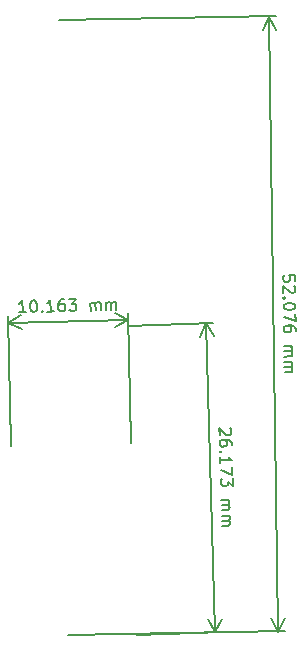
<source format=gbr>
G04 #@! TF.GenerationSoftware,KiCad,Pcbnew,(5.1.5)-3*
G04 #@! TF.CreationDate,2020-11-29T03:44:09+01:00*
G04 #@! TF.ProjectId,PlantCtrlESP32,506c616e-7443-4747-926c-45535033322e,rev?*
G04 #@! TF.SameCoordinates,Original*
G04 #@! TF.FileFunction,Other,Comment*
%FSLAX46Y46*%
G04 Gerber Fmt 4.6, Leading zero omitted, Abs format (unit mm)*
G04 Created by KiCad (PCBNEW (5.1.5)-3) date 2020-11-29 03:44:09*
%MOMM*%
%LPD*%
G04 APERTURE LIST*
%ADD10C,0.150000*%
G04 APERTURE END LIST*
D10*
X277589033Y-83880909D02*
X277638018Y-83927121D01*
X277688390Y-84020933D01*
X277695322Y-84258927D01*
X277650496Y-84355511D01*
X277604283Y-84404496D01*
X277510472Y-84454868D01*
X277415274Y-84457641D01*
X277271091Y-84414201D01*
X276683268Y-83859651D01*
X276701291Y-84478436D01*
X277725822Y-85306102D02*
X277720277Y-85115707D01*
X277669905Y-85021895D01*
X277620920Y-84975683D01*
X277475350Y-84884644D01*
X277283569Y-84842591D01*
X276902778Y-84853682D01*
X276808966Y-84904053D01*
X276762754Y-84953039D01*
X276717928Y-85049623D01*
X276723473Y-85240018D01*
X276773845Y-85333830D01*
X276822830Y-85380042D01*
X276919414Y-85424868D01*
X277157408Y-85417936D01*
X277251220Y-85367565D01*
X277297432Y-85318579D01*
X277342258Y-85221995D01*
X277336713Y-85031600D01*
X277286341Y-84937789D01*
X277237356Y-84891576D01*
X277140772Y-84846750D01*
X276836694Y-85856031D02*
X276790481Y-85905016D01*
X276741496Y-85858803D01*
X276787709Y-85809818D01*
X276836694Y-85856031D01*
X276741496Y-85858803D01*
X276770610Y-86858380D02*
X276753973Y-86287193D01*
X276762292Y-86572786D02*
X277761868Y-86543672D01*
X277616298Y-86452634D01*
X277518328Y-86360209D01*
X277467956Y-86266398D01*
X277779891Y-87162458D02*
X277799300Y-87828842D01*
X276787246Y-87429566D01*
X277807618Y-88114435D02*
X277825641Y-88733220D01*
X277435146Y-88411119D01*
X277439305Y-88553916D01*
X277394479Y-88650500D01*
X277348266Y-88699485D01*
X277254455Y-88749857D01*
X277016460Y-88756788D01*
X276919876Y-88711962D01*
X276870891Y-88665750D01*
X276820519Y-88571939D01*
X276812201Y-88286345D01*
X276857027Y-88189761D01*
X276903240Y-88140776D01*
X276860724Y-89952306D02*
X277527108Y-89932896D01*
X277431911Y-89935669D02*
X277480896Y-89981882D01*
X277531267Y-90075693D01*
X277535427Y-90218489D01*
X277490600Y-90315074D01*
X277396789Y-90365445D01*
X276873202Y-90380695D01*
X277396789Y-90365445D02*
X277493373Y-90410271D01*
X277543745Y-90504083D01*
X277547904Y-90646879D01*
X277503078Y-90743463D01*
X277409267Y-90793835D01*
X276885679Y-90809085D01*
X276899543Y-91285074D02*
X277565927Y-91265664D01*
X277470729Y-91268437D02*
X277519714Y-91314650D01*
X277570086Y-91408461D01*
X277574245Y-91551258D01*
X277529419Y-91647842D01*
X277435608Y-91698213D01*
X276912020Y-91713463D01*
X277435608Y-91698213D02*
X277532192Y-91743039D01*
X277582563Y-91836851D01*
X277586722Y-91979647D01*
X277541896Y-92076231D01*
X277448085Y-92126603D01*
X276924498Y-92141853D01*
X276339010Y-101154029D02*
X275577010Y-74992029D01*
X269748000Y-101346000D02*
X276925182Y-101136956D01*
X268986000Y-75184000D02*
X276163182Y-74974956D01*
X275577010Y-74992029D02*
X276195979Y-76100982D01*
X275577010Y-74992029D02*
X275023635Y-76135128D01*
X276339010Y-101154029D02*
X276892385Y-100010930D01*
X276339010Y-101154029D02*
X275720041Y-100045076D01*
X283091941Y-71405219D02*
X283084973Y-70929080D01*
X282608137Y-70888434D01*
X282656447Y-70935351D01*
X282705455Y-71029882D01*
X282708939Y-71267952D01*
X282662719Y-71363876D01*
X282615801Y-71412187D01*
X282521270Y-71461195D01*
X282283201Y-71464679D01*
X282187276Y-71418458D01*
X282138965Y-71371541D01*
X282089958Y-71277010D01*
X282086474Y-71038940D01*
X282132694Y-70943016D01*
X282179611Y-70894705D01*
X283002984Y-71835138D02*
X283051295Y-71882056D01*
X283100302Y-71976587D01*
X283103786Y-72214656D01*
X283057566Y-72310581D01*
X283010649Y-72358892D01*
X282916118Y-72407899D01*
X282820890Y-72409293D01*
X282677351Y-72363769D01*
X282097622Y-71800763D01*
X282106681Y-72419745D01*
X282208180Y-72846877D02*
X282161262Y-72895187D01*
X282112952Y-72848270D01*
X282159869Y-72799960D01*
X282208180Y-72846877D01*
X282112952Y-72848270D01*
X283122600Y-73500233D02*
X283123993Y-73595461D01*
X283077773Y-73691386D01*
X283030856Y-73739696D01*
X282936325Y-73788704D01*
X282746566Y-73839105D01*
X282508496Y-73842589D01*
X282317343Y-73797762D01*
X282221419Y-73751542D01*
X282173108Y-73704625D01*
X282124100Y-73610094D01*
X282122707Y-73514866D01*
X282168927Y-73418941D01*
X282215844Y-73370630D01*
X282310375Y-73321623D01*
X282500134Y-73271222D01*
X282738204Y-73267738D01*
X282929357Y-73312564D01*
X283025281Y-73358785D01*
X283073592Y-73405702D01*
X283122600Y-73500233D01*
X283132355Y-74166828D02*
X283142110Y-74833424D01*
X282135946Y-74419531D01*
X283153955Y-75642861D02*
X283151168Y-75452405D01*
X283102160Y-75357874D01*
X283053850Y-75310957D01*
X282909614Y-75217819D01*
X282718462Y-75172992D01*
X282337550Y-75178567D01*
X282243019Y-75227574D01*
X282196102Y-75275885D01*
X282149882Y-75371810D01*
X282152669Y-75562265D01*
X282201676Y-75656797D01*
X282249987Y-75703714D01*
X282345912Y-75749934D01*
X282583981Y-75746450D01*
X282678512Y-75697443D01*
X282725430Y-75649132D01*
X282771650Y-75553207D01*
X282768863Y-75362751D01*
X282719855Y-75268220D01*
X282671545Y-75221303D01*
X282575620Y-75175083D01*
X282172876Y-76943070D02*
X282839471Y-76933315D01*
X282744243Y-76934709D02*
X282792554Y-76981626D01*
X282841561Y-77076157D01*
X282843652Y-77218999D01*
X282797431Y-77314923D01*
X282702900Y-77363931D01*
X282179147Y-77371596D01*
X282702900Y-77363931D02*
X282798825Y-77410151D01*
X282847832Y-77504682D01*
X282849923Y-77647524D01*
X282803702Y-77743449D01*
X282709171Y-77792456D01*
X282185418Y-77800121D01*
X282192386Y-78276261D02*
X282858981Y-78266506D01*
X282763753Y-78267899D02*
X282812064Y-78314816D01*
X282861071Y-78409347D01*
X282863162Y-78552189D01*
X282816941Y-78648114D01*
X282722410Y-78697121D01*
X282198657Y-78704786D01*
X282722410Y-78697121D02*
X282818335Y-78743342D01*
X282867342Y-78837873D01*
X282869433Y-78980715D01*
X282823212Y-79076639D01*
X282728681Y-79125647D01*
X282204928Y-79133312D01*
X281678476Y-101085915D02*
X280916476Y-49015915D01*
X263906000Y-101346000D02*
X282264834Y-101077334D01*
X263144000Y-49276000D02*
X281502834Y-49007334D01*
X280916476Y-49015915D02*
X281519318Y-50133717D01*
X280916476Y-49015915D02*
X280346602Y-50150879D01*
X281678476Y-101085915D02*
X282248350Y-99950951D01*
X281678476Y-101085915D02*
X281075634Y-99968113D01*
X260308156Y-74045062D02*
X259736906Y-74059343D01*
X260022531Y-74052203D02*
X259997539Y-73052515D01*
X259905901Y-73197708D01*
X259813073Y-73295296D01*
X259719055Y-73345281D01*
X260902019Y-73029903D02*
X260997227Y-73027523D01*
X261093625Y-73072747D01*
X261142420Y-73119161D01*
X261192404Y-73213179D01*
X261244769Y-73402406D01*
X261250719Y-73640426D01*
X261207875Y-73832033D01*
X261162651Y-73928432D01*
X261116237Y-73977226D01*
X261022219Y-74027210D01*
X260927011Y-74029591D01*
X260830612Y-73984367D01*
X260781818Y-73937953D01*
X260731834Y-73843934D01*
X260679469Y-73654708D01*
X260673519Y-73416687D01*
X260716362Y-73225080D01*
X260761586Y-73128682D01*
X260808000Y-73079887D01*
X260902019Y-73029903D01*
X261686297Y-73915341D02*
X261735092Y-73961755D01*
X261688678Y-74010549D01*
X261639883Y-73964135D01*
X261686297Y-73915341D01*
X261688678Y-74010549D01*
X262688365Y-73985557D02*
X262117115Y-73999838D01*
X262402740Y-73992697D02*
X262377748Y-72993010D01*
X262286110Y-73138202D01*
X262193282Y-73235791D01*
X262099264Y-73285775D01*
X263520248Y-72964447D02*
X263329831Y-72969208D01*
X263235813Y-73019192D01*
X263189399Y-73067986D01*
X263097761Y-73213179D01*
X263054917Y-73404786D01*
X263064438Y-73785619D01*
X263114423Y-73879637D01*
X263163217Y-73926052D01*
X263259615Y-73971276D01*
X263450032Y-73966515D01*
X263544050Y-73916531D01*
X263590464Y-73867736D01*
X263635688Y-73771338D01*
X263629738Y-73533317D01*
X263579753Y-73439299D01*
X263530959Y-73392885D01*
X263434561Y-73347661D01*
X263244144Y-73352421D01*
X263150126Y-73402406D01*
X263103712Y-73451200D01*
X263058488Y-73547598D01*
X263948686Y-72953736D02*
X264567540Y-72938265D01*
X264243832Y-73327429D01*
X264386644Y-73323859D01*
X264483042Y-73369083D01*
X264531837Y-73415497D01*
X264581821Y-73509515D01*
X264587772Y-73747536D01*
X264542548Y-73843934D01*
X264496134Y-73892729D01*
X264402115Y-73942713D01*
X264116490Y-73949854D01*
X264020092Y-73904630D01*
X263971298Y-73858216D01*
X265782636Y-73908200D02*
X265765975Y-73241742D01*
X265768355Y-73336950D02*
X265814769Y-73288156D01*
X265908787Y-73238171D01*
X266051600Y-73234601D01*
X266147998Y-73279825D01*
X266197983Y-73373843D01*
X266211074Y-73897489D01*
X266197983Y-73373843D02*
X266243207Y-73277445D01*
X266337225Y-73227460D01*
X266480038Y-73223890D01*
X266576436Y-73269114D01*
X266626420Y-73363132D01*
X266639512Y-73886778D01*
X267115553Y-73874877D02*
X267098892Y-73208419D01*
X267101272Y-73303627D02*
X267147686Y-73254833D01*
X267241704Y-73204848D01*
X267384517Y-73201278D01*
X267480915Y-73246502D01*
X267530900Y-73340520D01*
X267543991Y-73864166D01*
X267530900Y-73340520D02*
X267576124Y-73244122D01*
X267670142Y-73194137D01*
X267812954Y-73190567D01*
X267909353Y-73235791D01*
X267959337Y-73329809D01*
X267972428Y-73853455D01*
X268979654Y-74676159D02*
X258819654Y-74930159D01*
X269240000Y-85090000D02*
X268964998Y-74089921D01*
X259080000Y-85344000D02*
X258804998Y-74343921D01*
X258819654Y-74930159D02*
X259931150Y-74315768D01*
X258819654Y-74930159D02*
X259960462Y-75488243D01*
X268979654Y-74676159D02*
X267838846Y-74118075D01*
X268979654Y-74676159D02*
X267868158Y-75290550D01*
M02*

</source>
